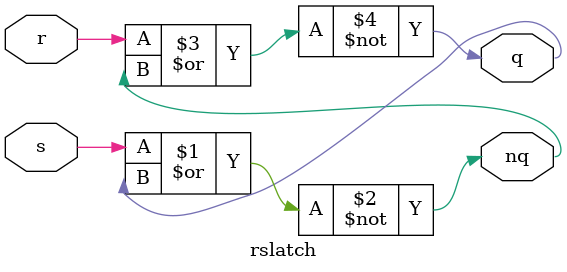
<source format=v>
`timescale 1ns / 1ps


module rslatch(r,s,q,nq);
    input r,s;
    output q,nq;
    nor(nq,s,q);
    nor(q,r,nq);
endmodule

</source>
